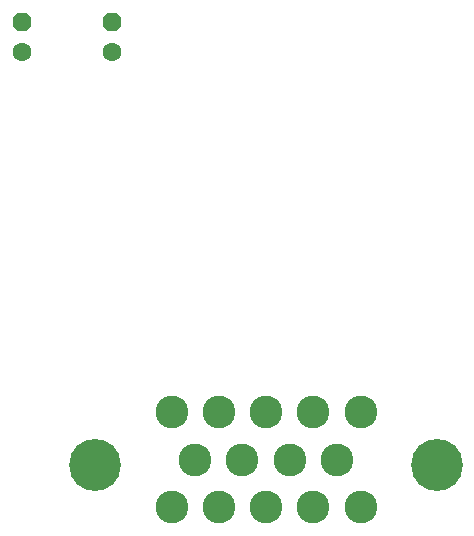
<source format=gbr>
G04 EAGLE Gerber RS-274X export*
G75*
%MOMM*%
%FSLAX34Y34*%
%LPD*%
%INBottom Copper*%
%IPPOS*%
%AMOC8*
5,1,8,0,0,1.08239X$1,22.5*%
G01*
%ADD10C,1.600200*%
%ADD11P,1.732040X8X112.500000*%
%ADD12C,2.775000*%
%ADD13C,4.395000*%


D10*
X736600Y571500D03*
D11*
X736600Y596900D03*
D10*
X812800Y571500D03*
D11*
X812800Y596900D03*
D12*
X863600Y266700D03*
X903600Y266700D03*
X943600Y266700D03*
X983600Y266700D03*
X1023600Y266700D03*
X883600Y226700D03*
X923600Y226700D03*
X963600Y226700D03*
X1003600Y226700D03*
X863600Y186700D03*
X903600Y186700D03*
X943600Y186700D03*
X983600Y186700D03*
X1023600Y186700D03*
D13*
X798600Y221700D03*
X1088600Y221700D03*
M02*

</source>
